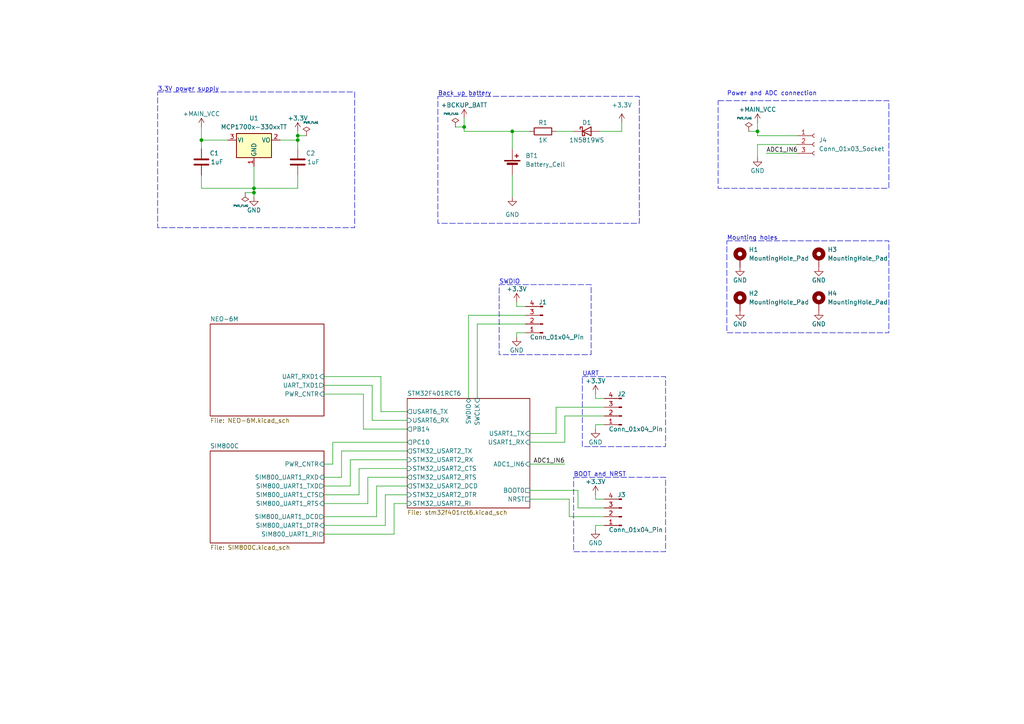
<source format=kicad_sch>
(kicad_sch (version 20231120) (generator "eeschema") (generator_version "8.0")
  (paper "A4")
  (title_block (title "TSTracker") (date "2023-11-01") (rev "1"))
  (lib_symbols
    (symbol "Connector:Conn_01x03_Socket" (pin_names (offset 1.016) hide)
      (property "Reference" "J" (at 0 5.08 0))
      (property "Value" "Conn_01x03_Socket" (at 0 -5.08 0))
      (symbol "Conn_01x03_Socket_1_1"
        (arc (start 0 -2.032) (mid -0.5058 -2.54) (end 0 -3.048) (stroke (width 0.1524)))
        (polyline (pts (xy -1.27 -2.54) (xy -0.508 -2.54)) (stroke (width 0.1524)))
        (polyline (pts (xy -1.27 0) (xy -0.508 0)) (stroke (width 0.1524)))
        (polyline (pts (xy -1.27 2.54) (xy -0.508 2.54)) (stroke (width 0.1524)))
        (arc (start 0 0.508) (mid -0.5058 0) (end 0 -0.508) (stroke (width 0.1524)))
        (arc (start 0 3.048) (mid -0.5058 2.54) (end 0 2.032) (stroke (width 0.1524)))
        (pin passive line (at -5.08 2.54 0) (length 3.81) (name "Pin_1") (number "1"))
        (pin passive line (at -5.08 0 0) (length 3.81) (name "Pin_2") (number "2"))
        (pin passive line (at -5.08 -2.54 0) (length 3.81) (name "Pin_3") (number "3"))
      )
    )
    (symbol "Connector:Conn_01x04_Pin" (pin_names (offset 1.016) hide)
      (property "Reference" "J" (at 0 5.08 0))
      (property "Value" "Conn_01x04_Pin" (at 0 -7.62 0))
      (symbol "Conn_01x04_Pin_1_1"
        (polyline (pts (xy 1.27 -5.08) (xy 0.8636 -5.08)) (stroke (width 0.1524)))
        (polyline (pts (xy 1.27 -2.54) (xy 0.8636 -2.54)) (stroke (width 0.1524)))
        (polyline (pts (xy 1.27 0) (xy 0.8636 0)) (stroke (width 0.1524)))
        (polyline (pts (xy 1.27 2.54) (xy 0.8636 2.54)) (stroke (width 0.1524)))
        (rectangle (start 0.8636 -4.953) (end 0 -5.207) (stroke (width 0.1524)) (fill (type outline)))
        (rectangle (start 0.8636 -2.413) (end 0 -2.667) (stroke (width 0.1524)) (fill (type outline)))
        (rectangle (start 0.8636 0.127) (end 0 -0.127) (stroke (width 0.1524)) (fill (type outline)))
        (rectangle (start 0.8636 2.667) (end 0 2.413) (stroke (width 0.1524)) (fill (type outline)))
        (pin passive line (at 5.08 2.54 180) (length 3.81) (name "Pin_1") (number "1"))
        (pin passive line (at 5.08 0 180) (length 3.81) (name "Pin_2") (number "2"))
        (pin passive line (at 5.08 -2.54 180) (length 3.81) (name "Pin_3") (number "3"))
        (pin passive line (at 5.08 -5.08 180) (length 3.81) (name "Pin_4") (number "4"))
      )
    )
    (symbol "Device:Battery_Cell" (pin_numbers hide) (pin_names (offset 0) hide)
      (property "Reference" "BT" (at 2.54 2.54 0))
      (property "Value" "Battery_Cell" (at 2.54 0 0))
      (symbol "Battery_Cell_0_1"
        (rectangle (start -2.286 1.778) (end 2.286 1.524) (fill (type outline)))
        (rectangle (start -1.524 1.016) (end 1.524 0.508) (fill (type outline)))
        (polyline (pts (xy 0 0.762) (xy 0 0)))
        (polyline (pts (xy 0 1.778) (xy 0 2.54)))
        (polyline (pts (xy 0.762 3.048) (xy 1.778 3.048)) (stroke (width 0.254)))
        (polyline (pts (xy 1.27 3.556) (xy 1.27 2.54)) (stroke (width 0.254)))
      )
      (symbol "Battery_Cell_1_1"
        (pin passive line (at 0 5.08 270) (length 2.54) (name "+") (number "1"))
        (pin passive line (at 0 -2.54 90) (length 2.54) (name "-") (number "2"))
      )
    )
    (symbol "Device:C" (pin_numbers hide) (pin_names (offset 0.254))
      (property "Reference" "C" (at 0.635 2.54 0))
      (property "Value" "C" (at 0.635 -2.54 0))
      (symbol "C_0_1"
        (polyline (pts (xy -2.032 -0.762) (xy 2.032 -0.762)) (stroke (width 0.508)))
        (polyline (pts (xy -2.032 0.762) (xy 2.032 0.762)) (stroke (width 0.508)))
      )
      (symbol "C_1_1"
        (pin passive line (at 0 3.81 270) (length 2.794) (name "~") (number "1"))
        (pin passive line (at 0 -3.81 90) (length 2.794) (name "~") (number "2"))
      )
    )
    (symbol "Device:R" (pin_numbers hide) (pin_names (offset 0))
      (property "Reference" "R" (at 2.032 0 90))
      (property "Value" "R" (at 0 0 90))
      (symbol "R_0_1"
        (rectangle (start -1.016 -2.54) (end 1.016 2.54) (stroke (width 0.254)))
      )
      (symbol "R_1_1"
        (pin passive line (at 0 3.81 270) (length 1.27) (name "~") (number "1"))
        (pin passive line (at 0 -3.81 90) (length 1.27) (name "~") (number "2"))
      )
    )
    (symbol "Diode:1N5819WS" (pin_numbers hide) (pin_names (offset 1.016) hide)
      (property "Reference" "D" (at 0 2.54 0))
      (property "Value" "1N5819WS" (at 0 -2.54 0))
      (symbol "1N5819WS_0_1"
        (polyline (pts (xy 1.27 0) (xy -1.27 0)))
        (polyline (pts (xy 1.27 1.27) (xy 1.27 -1.27) (xy -1.27 0) (xy 1.27 1.27)) (stroke (width 0.254)))
        (polyline (pts (xy -1.905 0.635) (xy -1.905 1.27) (xy -1.27 1.27) (xy -1.27 -1.27) (xy -0.635 -1.27) (xy -0.635 -0.635)) (stroke (width 0.254)))
      )
      (symbol "1N5819WS_1_1"
        (pin passive line (at -3.81 0 0) (length 2.54) (name "K") (number "1"))
        (pin passive line (at 3.81 0 180) (length 2.54) (name "A") (number "2"))
      )
    )
    (symbol "Mechanical:MountingHole_Pad" (pin_numbers hide) (pin_names (offset 1.016) hide)
      (property "Reference" "H" (at 0 6.35 0))
      (property "Value" "MountingHole_Pad" (at 0 4.445 0))
      (symbol "MountingHole_Pad_0_1"
        (circle (center 0 1.27) (radius 1.27) (stroke (width 1.27)))
      )
      (symbol "MountingHole_Pad_1_1"
        (pin input line (at 0 -2.54 90) (length 2.54) (name "1") (number "1"))
      )
    )
    (symbol "Regulator_Linear:MCP1700x-330xxTT" (pin_names (offset 0.254))
      (property "Reference" "U" (at -3.81 3.175 0))
      (property "Value" "MCP1700x-330xxTT" (at 0 3.175 0))
      (symbol "MCP1700x-330xxTT_0_1"
        (rectangle (start -5.08 1.905) (end 5.08 -5.08) (stroke (width 0.254)) (fill (type background)))
      )
      (symbol "MCP1700x-330xxTT_1_1"
        (pin power_in line (at 0 -7.62 90) (length 2.54) (name "GND") (number "1"))
        (pin power_out line (at 7.62 0 180) (length 2.54) (name "VO") (number "2"))
        (pin power_in line (at -7.62 0 0) (length 2.54) (name "VI") (number "3"))
      )
    )
    (symbol "custom_power_symbols:+BCKUP_BATT" (power) (pin_names (offset 0))
      (property "Value" "+BCKUP_BATT" (at 0 3.556 0))
      (symbol "+BCKUP_BATT_0_1"
        (polyline (pts (xy -0.762 1.27) (xy 0 2.54)))
        (polyline (pts (xy 0 0) (xy 0 2.54)))
        (polyline (pts (xy 0 2.54) (xy 0.762 1.27)))
      )
      (symbol "+BCKUP_BATT_1_1"
        (pin power_in line (at 0 0 90) (length 0) hide (name "+BCKUP_BATT") (number "1"))
      )
    )
    (symbol "custom_power_symbols:+MAIN_VCC" (power) (pin_names (offset 0))
      (property "Value" "+MAIN_VCC" (at 0 3.556 0))
      (symbol "+MAIN_VCC_0_1"
        (polyline (pts (xy -0.762 1.27) (xy 0 2.54)))
        (polyline (pts (xy 0 0) (xy 0 2.54)))
        (polyline (pts (xy 0 2.54) (xy 0.762 1.27)))
      )
      (symbol "+MAIN_VCC_1_1"
        (pin power_in line (at 0 0 90) (length 0) hide (name "+MAIN_VCC") (number "1"))
      )
    )
    (symbol "power:+3.3V" (power) (pin_names (offset 0))
      (property "Value" "+3.3V" (at 0 3.556 0))
      (symbol "+3.3V_0_1"
        (polyline (pts (xy -0.762 1.27) (xy 0 2.54)))
        (polyline (pts (xy 0 0) (xy 0 2.54)))
        (polyline (pts (xy 0 2.54) (xy 0.762 1.27)))
      )
      (symbol "+3.3V_1_1"
        (pin power_in line (at 0 0 90) (length 0) hide (name "+3.3V") (number "1"))
      )
    )
    (symbol "power:GND" (power) (pin_names (offset 0))
      (property "Value" "GND" (at 0 -3.81 0))
      (symbol "GND_0_1"
        (polyline (pts (xy 0 0) (xy 0 -1.27) (xy 1.27 -1.27) (xy 0 -2.54) (xy -1.27 -1.27) (xy 0 -1.27)))
      )
      (symbol "GND_1_1"
        (pin power_in line (at 0 0 270) (length 0) hide (name "GND") (number "1"))
      )
    )
    (symbol "power:PWR_FLAG" (power) (pin_numbers hide) (pin_names (offset 0) hide)
      (property "Value" "PWR_FLAG" (at 0 3.81 0))
      (symbol "PWR_FLAG_0_0"
        (pin power_out line (at 0 0 90) (length 0) (name "pwr") (number "1"))
      )
      (symbol "PWR_FLAG_0_1"
        (polyline (pts (xy 0 0) (xy 0 1.27) (xy -1.016 1.905) (xy 0 2.54) (xy 1.016 1.905) (xy 0 1.27)))
      )
    )
  )
  (junction (at 58.42 40.64))
  (junction (at 73.66 54.61))
  (junction (at 86.36 39.37))
  (junction (at 148.59 38.1))
  (junction (at 219.71 38.1))
  (junction (at 73.66 55.88))
  (junction (at 86.36 40.64))
  (junction (at 134.62 36.83))
  (wire (pts (xy 161.29 118.11) (xy 175.26 118.11)))
  (wire (pts (xy 148.59 38.1) (xy 148.59 43.18)))
  (wire (pts (xy 172.72 144.78) (xy 175.26 144.78)))
  (wire (pts (xy 135.89 91.44) (xy 152.4 91.44)))
  (wire (pts (xy 105.41 124.46) (xy 118.11 124.46)))
  (wire (pts (xy 219.71 41.91) (xy 231.14 41.91)))
  (wire (pts (xy 58.42 54.61) (xy 58.42 50.8)))
  (wire (pts (xy 73.66 55.88) (xy 73.66 57.15)))
  (wire (pts (xy 172.72 152.4) (xy 175.26 152.4)))
  (wire (pts (xy 109.22 140.97) (xy 109.22 149.86)))
  (wire (pts (xy 86.36 39.37) (xy 86.36 40.64)))
  (wire (pts (xy 109.22 149.86) (xy 93.98 149.86)))
  (wire (pts (xy 163.83 128.27) (xy 163.83 120.65)))
  (wire (pts (xy 173.99 38.1) (xy 180.34 38.1)))
  (wire (pts (xy 165.1 144.78) (xy 165.1 149.86)))
  (wire (pts (xy 106.68 138.43) (xy 106.68 146.05)))
  (wire (pts (xy 73.66 48.26) (xy 73.66 54.61)))
  (wire (pts (xy 118.11 138.43) (xy 106.68 138.43)))
  (wire (pts (xy 148.59 38.1) (xy 153.67 38.1)))
  (wire (pts (xy 167.64 142.24) (xy 167.64 147.32)))
  (wire (pts (xy 104.14 143.51) (xy 93.98 143.51)))
  (wire (pts (xy 172.72 114.3) (xy 172.72 115.57)))
  (wire (pts (xy 148.59 50.8) (xy 148.59 57.15)))
  (wire (pts (xy 118.11 128.27) (xy 96.52 128.27)))
  (wire (pts (xy 73.66 54.61) (xy 58.42 54.61)))
  (wire (pts (xy 165.1 149.86) (xy 175.26 149.86)))
  (wire (pts (xy 172.72 143.51) (xy 172.72 144.78)))
  (wire (pts (xy 105.41 114.3) (xy 105.41 124.46)))
  (wire (pts (xy 96.52 134.62) (xy 93.98 134.62)))
  (wire (pts (xy 118.11 135.89) (xy 104.14 135.89)))
  (wire (pts (xy 149.86 87.63) (xy 149.86 88.9)))
  (wire (pts (xy 153.67 125.73) (xy 161.29 125.73)))
  (wire (pts (xy 134.62 38.1) (xy 148.59 38.1)))
  (wire (pts (xy 153.67 142.24) (xy 167.64 142.24)))
  (wire (pts (xy 118.11 121.92) (xy 107.95 121.92)))
  (wire (pts (xy 96.52 128.27) (xy 96.52 134.62)))
  (wire (pts (xy 86.36 40.64) (xy 86.36 43.18)))
  (wire (pts (xy 219.71 41.91) (xy 219.71 45.72)))
  (wire (pts (xy 93.98 140.97) (xy 101.6 140.97)))
  (wire (pts (xy 99.06 130.81) (xy 99.06 138.43)))
  (wire (pts (xy 101.6 133.35) (xy 101.6 140.97)))
  (wire (pts (xy 58.42 36.83) (xy 58.42 40.64)))
  (wire (pts (xy 118.11 146.05) (xy 114.3 146.05)))
  (wire (pts (xy 217.17 38.1) (xy 219.71 38.1)))
  (wire (pts (xy 153.67 128.27) (xy 163.83 128.27)))
  (wire (pts (xy 114.3 146.05) (xy 114.3 154.94)))
  (wire (pts (xy 161.29 125.73) (xy 161.29 118.11)))
  (wire (pts (xy 134.62 34.29) (xy 134.62 36.83)))
  (wire (pts (xy 167.64 147.32) (xy 175.26 147.32)))
  (wire (pts (xy 107.95 121.92) (xy 107.95 111.76)))
  (wire (pts (xy 172.72 115.57) (xy 175.26 115.57)))
  (wire (pts (xy 175.26 123.19) (xy 172.72 123.19)))
  (wire (pts (xy 149.86 96.52) (xy 149.86 97.79)))
  (wire (pts (xy 86.36 50.8) (xy 86.36 54.61)))
  (wire (pts (xy 163.83 120.65) (xy 175.26 120.65)))
  (wire (pts (xy 71.12 55.88) (xy 73.66 55.88)))
  (wire (pts (xy 153.67 134.62) (xy 163.83 134.62)))
  (wire (pts (xy 66.04 40.64) (xy 58.42 40.64)))
  (wire (pts (xy 86.36 54.61) (xy 73.66 54.61)))
  (wire (pts (xy 106.68 146.05) (xy 93.98 146.05)))
  (wire (pts (xy 73.66 54.61) (xy 73.66 55.88)))
  (wire (pts (xy 104.14 135.89) (xy 104.14 143.51)))
  (wire (pts (xy 134.62 36.83) (xy 134.62 38.1)))
  (wire (pts (xy 86.36 38.1) (xy 86.36 39.37)))
  (wire (pts (xy 118.11 140.97) (xy 109.22 140.97)))
  (wire (pts (xy 152.4 96.52) (xy 149.86 96.52)))
  (wire (pts (xy 111.76 143.51) (xy 111.76 152.4)))
  (wire (pts (xy 138.43 93.98) (xy 138.43 115.57)))
  (wire (pts (xy 219.71 35.56) (xy 219.71 38.1)))
  (wire (pts (xy 58.42 40.64) (xy 58.42 43.18)))
  (wire (pts (xy 172.72 123.19) (xy 172.72 124.46)))
  (wire (pts (xy 107.95 111.76) (xy 93.98 111.76)))
  (wire (pts (xy 81.28 40.64) (xy 86.36 40.64)))
  (wire (pts (xy 132.08 36.83) (xy 134.62 36.83)))
  (wire (pts (xy 222.25 44.45) (xy 231.14 44.45)))
  (wire (pts (xy 118.11 130.81) (xy 99.06 130.81)))
  (wire (pts (xy 93.98 114.3) (xy 105.41 114.3)))
  (wire (pts (xy 153.67 144.78) (xy 165.1 144.78)))
  (wire (pts (xy 111.76 152.4) (xy 93.98 152.4)))
  (wire (pts (xy 138.43 93.98) (xy 152.4 93.98)))
  (wire (pts (xy 110.49 109.22) (xy 110.49 119.38)))
  (wire (pts (xy 118.11 133.35) (xy 101.6 133.35)))
  (wire (pts (xy 93.98 109.22) (xy 110.49 109.22)))
  (wire (pts (xy 135.89 91.44) (xy 135.89 115.57)))
  (wire (pts (xy 180.34 35.56) (xy 180.34 38.1)))
  (wire (pts (xy 161.29 38.1) (xy 166.37 38.1)))
  (wire (pts (xy 219.71 39.37) (xy 231.14 39.37)))
  (wire (pts (xy 110.49 119.38) (xy 118.11 119.38)))
  (wire (pts (xy 88.9 39.37) (xy 86.36 39.37)))
  (wire (pts (xy 114.3 154.94) (xy 93.98 154.94)))
  (wire (pts (xy 118.11 143.51) (xy 111.76 143.51)))
  (wire (pts (xy 152.4 88.9) (xy 149.86 88.9)))
  (wire (pts (xy 219.71 38.1) (xy 219.71 39.37)))
  (wire (pts (xy 172.72 153.67) (xy 172.72 152.4)))
  (wire (pts (xy 99.06 138.43) (xy 93.98 138.43)))
  (rectangle (start 166.37 138.43) (end 193.04 160.02) (stroke (width 0) (type dash)))
  (rectangle (start 210.82 69.85) (end 257.81 96.52) (stroke (width 0) (type dash)))
  (rectangle (start 168.91 109.22) (end 193.04 129.54) (stroke (width 0) (type dash)))
  (rectangle (start 208.28 29.21) (end 257.81 54.61) (stroke (width 0) (type dash)))
  (rectangle (start 144.78 82.55) (end 171.45 102.87) (stroke (width 0) (type dash)))
  (rectangle (start 45.72 26.67) (end 102.87 66.04) (stroke (width 0) (type dash)))
  (rectangle (start 127 27.94) (end 185.42 64.77) (stroke (width 0) (type dash)))
  (text "Power and ADC connection\n" (at 210.82 27.94 0) (effects (font (size 1.27 1.27)) (justify left bottom)))
  (text "BOOT and NRST" (at 166.37 138.43 0) (effects (font (size 1.27 1.27)) (justify left bottom)))
  (text "Mounting holes\n" (at 210.82 69.85 0) (effects (font (size 1.27 1.27)) (justify left bottom)))
  (text "SWDIO\n" (at 144.78 82.55 0) (effects (font (size 1.27 1.27)) (justify left bottom)))
  (text "Back up battery" (at 127 27.94 0) (effects (font (size 1.27 1.27)) (justify left bottom)))
  (text "3.3V power supply" (at 45.72 26.67 0) (effects (font (size 1.27 1.27)) (justify left bottom)))
  (text "UART" (at 168.91 109.22 0) (effects (font (size 1.27 1.27)) (justify left bottom)))
  (label "ADC1_IN6" (at 222.25 44.45 0))
  (label "ADC1_IN6" (at 163.83 134.62 180))
  (symbol (lib_id "power:GND") (at 149.86 97.79 0) (unit 1)
    (property "Reference" "#PWR07" (effects (hide yes)))
    (property "Value" "GND" (at 149.86 101.6 0))
  )
  (symbol (lib_id "custom_power_symbols:+BCKUP_BATT") (at 134.62 34.29 0) (unit 1)
    (property "Reference" "#PWR04" (effects (hide yes)))
    (property "Value" "+BCKUP_BATT" (at 134.62 30.48 0))
  )
  (symbol (lib_id "power:PWR_FLAG") (at 88.9 39.37 0) (mirror y) (unit 1)
    (property "Reference" "#FLG01" (effects (hide yes)))
    (property "Value" "PWR_FLAG" (at 90.17 35.56 0) (effects (font (size 0.57 0.57))))
  )
  (symbol (lib_id "power:GND") (at 172.72 124.46 0) (unit 1)
    (property "Reference" "#PWR09" (effects (hide yes)))
    (property "Value" "GND" (at 172.72 128.27 0))
  )
  (symbol (lib_id "power:+3.3V") (at 172.72 143.51 0) (unit 1)
    (property "Reference" "#PWR010" (effects (hide yes)))
    (property "Value" "+3.3V" (at 172.72 139.7 0))
  )
  (symbol (lib_id "power:PWR_FLAG") (at 71.12 55.88 0) (mirror x) (unit 1)
    (property "Reference" "#FLG04" (effects (hide yes)))
    (property "Value" "PWR_FLAG" (at 69.85 59.69 0) (effects (font (size 0.57 0.57))))
  )
  (symbol (lib_id "power:GND") (at 237.49 90.17 0) (unit 1)
    (property "Reference" "#PWR018" (effects (hide yes)))
    (property "Value" "GND" (at 237.49 93.98 0))
  )
  (symbol (lib_id "power:+3.3V") (at 172.72 114.3 0) (unit 1)
    (property "Reference" "#PWR08" (effects (hide yes)))
    (property "Value" "+3.3V" (at 172.72 110.49 0))
  )
  (symbol (lib_id "power:PWR_FLAG") (at 132.08 36.83 0) (unit 1)
    (property "Reference" "#FLG02" (effects (hide yes)))
    (property "Value" "PWR_FLAG" (at 130.81 33.02 0) (effects (font (size 0.57 0.57))))
  )
  (symbol (lib_id "power:+3.3V") (at 86.36 38.1 0) (unit 1)
    (property "Reference" "#PWR03" (effects (hide yes)))
    (property "Value" "+3.3V" (at 86.36 34.29 0))
  )
  (symbol (lib_id "Connector:Conn_01x03_Socket") (at 236.22 41.91 0) (unit 1)
    (property "Reference" "J4" (at 237.49 40.64 0) (effects (justify left)))
    (property "Value" "Conn_01x03_Socket" (at 237.49 43.18 0) (effects (justify left)))
    (property "Footprint" "Connector_JST:JST_XH_B3B-XH-AM_1x03_P2.50mm_Vertical" (effects (hide yes)))
  )
  (symbol (lib_id "power:GND") (at 214.63 77.47 0) (unit 1)
    (property "Reference" "#PWR013" (effects (hide yes)))
    (property "Value" "GND" (at 214.63 81.28 0))
  )
  (symbol (lib_id "power:PWR_FLAG") (at 217.17 38.1 0) (unit 1)
    (property "Reference" "#FLG03" (effects (hide yes)))
    (property "Value" "PWR_FLAG" (at 215.9 34.29 0) (effects (font (size 0.57 0.57))))
  )
  (symbol (lib_id "power:GND") (at 214.63 90.17 0) (unit 1)
    (property "Reference" "#PWR014" (effects (hide yes)))
    (property "Value" "GND" (at 214.63 93.98 0))
  )
  (symbol (lib_id "Device:C") (at 86.36 46.99 180) (unit 1)
    (property "Reference" "C2" (at 91.44 44.45 0) (effects (justify left)))
    (property "Value" "1uF" (at 92.71 46.99 0) (effects (justify left)))
    (property "Footprint" "Capacitor_SMD:C_0805_2012Metric" (effects (hide yes)))
  )
  (symbol (lib_id "power:GND") (at 172.72 153.67 0) (unit 1)
    (property "Reference" "#PWR011" (effects (hide yes)))
    (property "Value" "GND" (at 172.72 157.48 0))
  )
  (symbol (lib_id "power:GND") (at 219.71 45.72 0) (unit 1)
    (property "Reference" "#PWR051" (effects (hide yes)))
    (property "Value" "GND" (at 219.71 49.53 0))
  )
  (symbol (lib_id "Connector:Conn_01x04_Pin") (at 180.34 149.86 180) (unit 1)
    (property "Reference" "J3" (at 179.07 143.51 0) (effects (justify right)))
    (property "Value" "Conn_01x04_Pin" (at 176.53 153.67 0) (effects (justify right)))
    (property "Footprint" "Connector_PinHeader_2.54mm:PinHeader_1x04_P2.54mm_Vertical" (effects (hide yes)))
  )
  (symbol (lib_id "Device:Battery_Cell") (at 148.59 48.26 0) (unit 1)
    (property "Reference" "BT1" (at 152.4 45.1485 0) (effects (justify left)))
    (property "Value" "Battery_Cell" (at 152.4 47.6885 0) (effects (justify left)))
    (property "Footprint" "footprints:SEIKO_ML414H_IV01E" (effects (hide yes)))
  )
  (symbol (lib_id "power:+3.3V") (at 149.86 87.63 0) (unit 1)
    (property "Reference" "#PWR06" (effects (hide yes)))
    (property "Value" "+3.3V" (at 149.86 83.82 0))
  )
  (symbol (lib_id "Diode:1N5819WS") (at 170.18 38.1 0) (unit 1)
    (property "Reference" "D1" (at 170.18 35.56 0))
    (property "Value" "1N5819WS" (at 170.18 40.64 0))
    (property "Footprint" "Diode_SMD:D_SOD-323" (effects (hide yes)))
    (property "Datasheet" "https://datasheet.lcsc.com/lcsc/2204281430_Guangdong-Hottech-1N5819WS_C191023.pdf" (effects (hide yes)))
  )
  (symbol (lib_id "Regulator_Linear:MCP1700x-330xxTT") (at 73.66 40.64 0) (unit 1)
    (property "Reference" "U1" (at 73.66 34.29 0))
    (property "Value" "MCP1700x-330xxTT" (at 73.66 36.83 0))
    (property "Footprint" "Package_TO_SOT_SMD:SOT-23" (effects (hide yes)))
    (property "Datasheet" "http://ww1.microchip.com/downloads/en/DeviceDoc/20001826D.pdf" (effects (hide yes)))
  )
  (symbol (lib_id "power:GND") (at 73.66 57.15 0) (unit 1)
    (property "Reference" "#PWR02" (effects (hide yes)))
    (property "Value" "GND" (at 73.66 60.96 0))
  )
  (symbol (lib_id "Device:R") (at 157.48 38.1 90) (unit 1)
    (property "Reference" "R1" (at 157.48 35.56 90))
    (property "Value" "1K" (at 157.48 40.64 90))
    (property "Footprint" "Resistor_SMD:R_0603_1608Metric" (effects (hide yes)))
  )
  (symbol (lib_id "Mechanical:MountingHole_Pad") (at 214.63 87.63 0) (unit 1)
    (property "Reference" "H2" (at 217.17 85.09 0) (effects (justify left)))
    (property "Value" "MountingHole_Pad" (at 217.17 87.63 0) (effects (justify left)))
    (property "Footprint" "MountingHole:MountingHole_2.2mm_M2_Pad" (effects (hide yes)))
  )
  (symbol (lib_id "Connector:Conn_01x04_Pin") (at 180.34 120.65 180) (unit 1)
    (property "Reference" "J2" (at 179.07 114.3 0) (effects (justify right)))
    (property "Value" "Conn_01x04_Pin" (at 176.53 124.46 0) (effects (justify right)))
    (property "Footprint" "Connector_PinHeader_2.54mm:PinHeader_1x04_P2.54mm_Vertical" (effects (hide yes)))
  )
  (symbol (lib_id "custom_power_symbols:+MAIN_VCC") (at 58.42 36.83 0) (unit 1)
    (property "Reference" "#PWR01" (effects (hide yes)))
    (property "Value" "+MAIN_VCC" (at 58.42 33.02 0))
  )
  (symbol (lib_id "power:GND") (at 148.59 57.15 0) (unit 1)
    (property "Reference" "#PWR05" (effects (hide yes)))
    (property "Value" "GND" (at 148.59 62.23 0))
  )
  (symbol (lib_id "power:GND") (at 237.49 77.47 0) (unit 1)
    (property "Reference" "#PWR017" (effects (hide yes)))
    (property "Value" "GND" (at 237.49 81.28 0))
  )
  (symbol (lib_id "Connector:Conn_01x04_Pin") (at 157.48 93.98 180) (unit 1)
    (property "Reference" "J1" (at 156.21 87.63 0) (effects (justify right)))
    (property "Value" "Conn_01x04_Pin" (at 153.67 97.79 0) (effects (justify right)))
    (property "Footprint" "Connector_PinHeader_2.54mm:PinHeader_1x04_P2.54mm_Vertical" (effects (hide yes)))
  )
  (symbol (lib_id "Mechanical:MountingHole_Pad") (at 237.49 87.63 0) (unit 1)
    (property "Reference" "H4" (at 240.03 85.09 0) (effects (justify left)))
    (property "Value" "MountingHole_Pad" (at 240.03 87.63 0) (effects (justify left)))
    (property "Footprint" "MountingHole:MountingHole_2.2mm_M2_Pad" (effects (hide yes)))
  )
  (symbol (lib_id "Mechanical:MountingHole_Pad") (at 237.49 74.93 0) (unit 1)
    (property "Reference" "H3" (at 240.03 72.39 0) (effects (justify left)))
    (property "Value" "MountingHole_Pad" (at 240.03 74.93 0) (effects (justify left)))
    (property "Footprint" "MountingHole:MountingHole_2.2mm_M2_Pad" (effects (hide yes)))
  )
  (symbol (lib_id "power:+3.3V") (at 180.34 35.56 0) (unit 1)
    (property "Reference" "#PWR012" (effects (hide yes)))
    (property "Value" "+3.3V" (at 180.34 30.48 0))
  )
  (symbol (lib_id "Device:C") (at 58.42 46.99 180) (unit 1)
    (property "Reference" "C1" (at 63.5 44.45 0) (effects (justify left)))
    (property "Value" "1uF" (at 64.77 46.99 0) (effects (justify left)))
    (property "Footprint" "Capacitor_SMD:C_0805_2012Metric" (effects (hide yes)))
  )
  (symbol (lib_id "Mechanical:MountingHole_Pad") (at 214.63 74.93 0) (unit 1)
    (property "Reference" "H1" (at 217.17 72.39 0) (effects (justify left)))
    (property "Value" "MountingHole_Pad" (at 217.17 74.93 0) (effects (justify left)))
    (property "Footprint" "MountingHole:MountingHole_2.2mm_M2_Pad" (effects (hide yes)))
  )
  (symbol (lib_id "custom_power_symbols:+MAIN_VCC") (at 219.71 35.56 0) (unit 1)
    (property "Reference" "#PWR015" (effects (hide yes)))
    (property "Value" "+MAIN_VCC" (at 219.71 31.75 0))
  )
  (sheet (at 60.96 130.81) (size 33.02 26.67) (stroke (width 0.1524))
    (property "Sheetname" "SIM800C" (at 60.96 130.0984 0) (effects (justify left bottom)))
    (property "Sheetfile" "SIM800C.kicad_sch" (at 60.96 158.0646 0) (effects (justify left top)))
    (pin "PWR_CNTR" input (at 93.98 134.62 0))
    (pin "SIM800_UART1_RTS" input (at 93.98 146.05 0))
    (pin "SIM800_UART1_CTS" output (at 93.98 143.51 0))
    (pin "SIM800_UART1_DTR" input (at 93.98 152.4 0))
    (pin "SIM800_UART1_TXD" output (at 93.98 140.97 0))
    (pin "SIM800_UART1_RXD" input (at 93.98 138.43 0))
    (pin "SIM800_UART1_DCD" output (at 93.98 149.86 0))
    (pin "SIM800_UART1_RI" output (at 93.98 154.94 0))
  )
  (sheet (at 60.96 93.98) (size 33.02 26.67) (stroke (width 0.1524))
    (property "Sheetname" "NEO-6M" (at 60.96 93.2684 0) (effects (justify left bottom)))
    (property "Sheetfile" "NEO-6M.kicad_sch" (at 60.96 121.2346 0) (effects (justify left top)))
    (pin "UART_RXD1" input (at 93.98 109.22 0))
    (pin "UART_TXD1" output (at 93.98 111.76 0))
    (pin "PWR_CNTR" input (at 93.98 114.3 0))
  )
  (sheet (at 118.11 115.57) (size 35.56 31.75) (stroke (width 0.1524))
    (property "Sheetname" "STM32F401RCT6" (at 118.11 114.8584 0) (effects (justify left bottom)))
    (property "Sheetfile" "stm32f401rct6.kicad_sch" (at 118.11 147.9046 0) (effects (justify left top)))
    (pin "USART6_TX" output (at 118.11 119.38 180))
    (pin "USART6_RX" input (at 118.11 121.92 180))
    (pin "USART1_RX" input (at 153.67 128.27 0))
    (pin "USART1_TX" input (at 153.67 125.73 0))
    (pin "SWCLK" input (at 138.43 115.57 90))
    (pin "SWDIO" bidirectional (at 135.89 115.57 90))
    (pin "NRST" passive (at 153.67 144.78 0))
    (pin "BOOT0" passive (at 153.67 142.24 0))
    (pin "PB14" output (at 118.11 124.46 180))
    (pin "PC10" output (at 118.11 128.27 180))
    (pin "STM32_USART2_DTR" input (at 118.11 143.51 180))
    (pin "STM32_USART2_RI" input (at 118.11 146.05 180))
    (pin "STM32_USART2_CTS" input (at 118.11 135.89 180))
    (pin "STM32_USART2_RTS" output (at 118.11 138.43 180))
    (pin "STM32_USART2_DCD" output (at 118.11 140.97 180))
    (pin "STM32_USART2_RX" input (at 118.11 133.35 180))
    (pin "STM32_USART2_TX" output (at 118.11 130.81 180))
    (pin "ADC1_IN6" input (at 153.67 134.62 0))
  )
)
</source>
